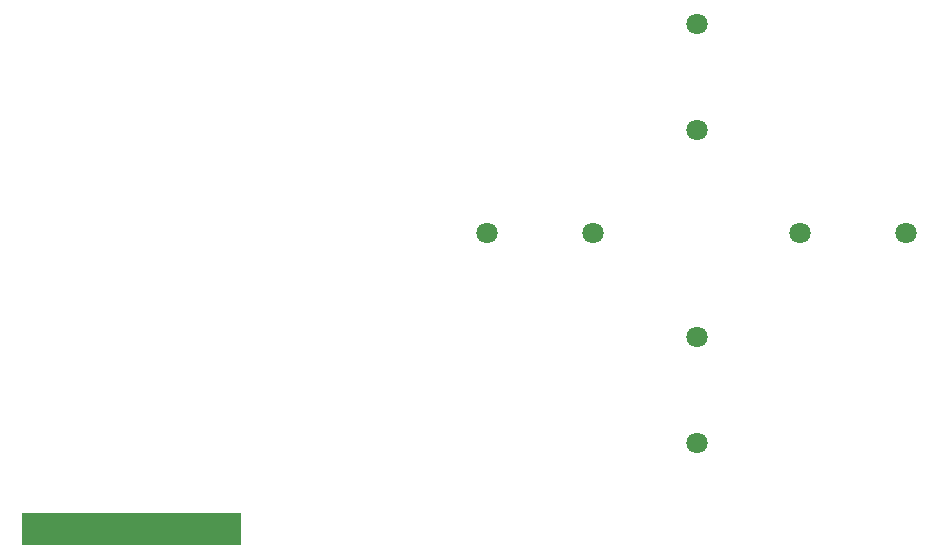
<source format=gbr>
%TF.GenerationSoftware,Altium Limited,Altium Designer,22.5.1 (42)*%
G04 Layer_Color=0*
%FSLAX45Y45*%
%MOMM*%
%TF.SameCoordinates,ADDB7551-072C-4BAF-947E-D85C9ED3ECA7*%
%TF.FilePolarity,Positive*%
%TF.FileFunction,NonPlated,1,2,NPTH,Drill*%
%TF.Part,Single*%
G01*
G75*
%TA.AperFunction,ComponentDrill*%
%ADD58C,1.80000*%
%ADD59C,1.80000*%
G36*
X3641855Y469900D02*
X1790700D01*
Y734230D01*
X3638804D01*
X3641855Y469900D01*
D02*
G37*
D58*
X7499600Y2230600D02*
D03*
Y1330600D02*
D03*
Y4880600D02*
D03*
Y3980600D02*
D03*
D59*
X5724600Y3105600D02*
D03*
X6624600D02*
D03*
X8374600D02*
D03*
X9274600D02*
D03*
%TF.MD5,78d3b86718b67c44fb56d55a8a4c4d13*%
M02*

</source>
